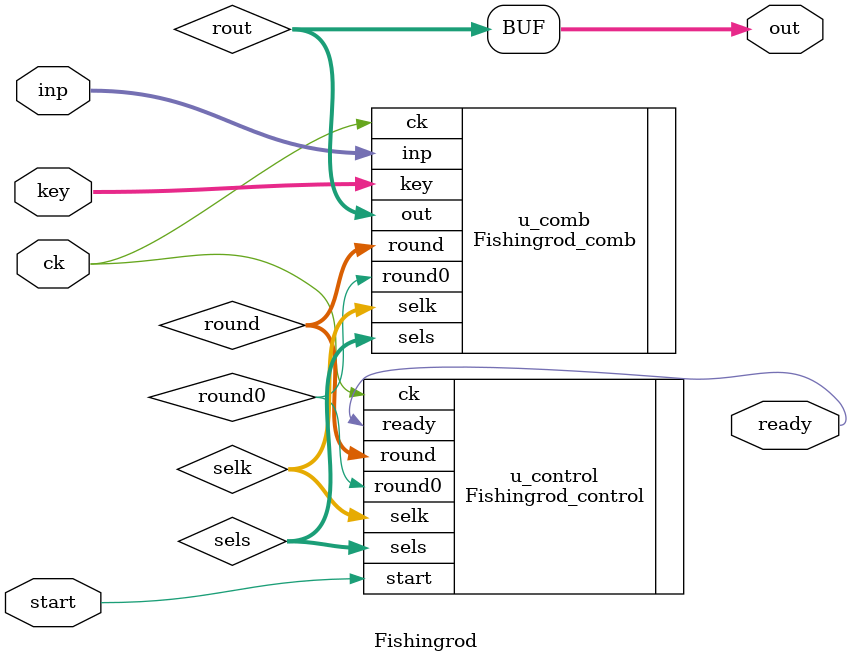
<source format=v>
module  Fishingrod  ( start , inp , key , ck , ready , out ) ;


input   start ;
input   [0:15]  inp ;  // Data input
input   [0:15]  key ;  // Key input
input   ck ; // Rising edge clock

output  ready ;
output  [0:15]  out ;  // Data output

wire    round0 ;
wire    [0:4]  round ; //5-bit register for 18 rounds
wire    [0:15]  rout;
wire    [0:4]  sels;
wire    [0:4]  selk;


//( start , ck , rn , round0 ,  round, active , ready, sels, selk )
Fishingrod_control  u_control  (
  .start   ( start   ) ,
  .ck      ( ck      ) ,
  .round0  ( round0  ) ,
  .round   ( round   ) ,
  .ready   ( ready   ) ,
  .sels    ( sels    ) ,
  .selk    ( selk    ) 
) ;

//( inp, key, round0, round, sels, selk, out, clk, rst) 
Fishingrod_comb  u_comb  (
  .inp     ( inp    ), 
  .key     ( key    ), 
  .round0  ( round0 ), 
  .ck      ( ck     ) ,
  .round   ( round  ),
  .sels    ( sels   ),
  .selk    ( selk   ), 
  .out     ( rout   )
) ;

assign  out  =  rout ;


endmodule

</source>
